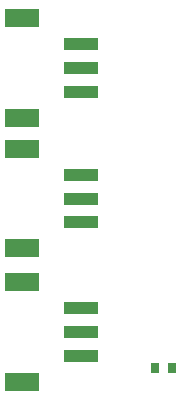
<source format=gtp>
%FSLAX25Y25*%
%MOIN*%
G70*
G01*
G75*
G04 Layer_Color=8421504*
%ADD10R,0.11811X0.03937*%
%ADD11R,0.11811X0.05906*%
%ADD12R,0.03150X0.03543*%
%ADD13C,0.01000*%
%ADD14C,0.06000*%
%ADD15C,0.07874*%
%ADD16C,0.15748*%
D10*
X28150Y26650D02*
D03*
Y34524D02*
D03*
Y18776D02*
D03*
Y71150D02*
D03*
Y79024D02*
D03*
Y63276D02*
D03*
Y114650D02*
D03*
Y122524D02*
D03*
Y106776D02*
D03*
D11*
X8465Y10114D02*
D03*
Y43185D02*
D03*
Y54614D02*
D03*
Y87685D02*
D03*
Y98114D02*
D03*
Y131185D02*
D03*
D12*
X58406Y14650D02*
D03*
X52894D02*
D03*
M02*

</source>
